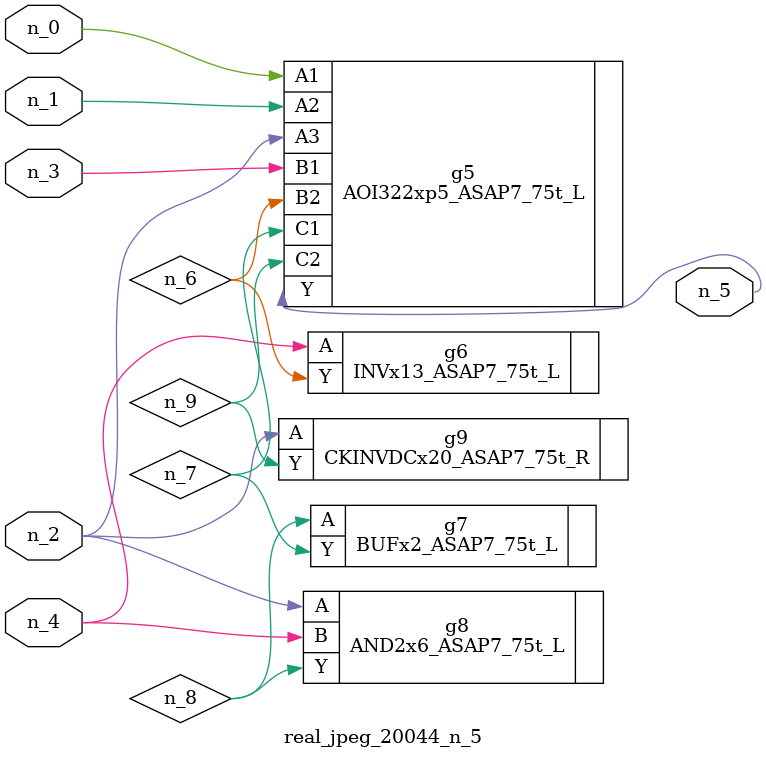
<source format=v>
module real_jpeg_20044_n_5 (n_4, n_0, n_1, n_2, n_3, n_5);

input n_4;
input n_0;
input n_1;
input n_2;
input n_3;

output n_5;

wire n_8;
wire n_6;
wire n_7;
wire n_9;

AOI322xp5_ASAP7_75t_L g5 ( 
.A1(n_0),
.A2(n_1),
.A3(n_2),
.B1(n_3),
.B2(n_6),
.C1(n_7),
.C2(n_9),
.Y(n_5)
);

AND2x6_ASAP7_75t_L g8 ( 
.A(n_2),
.B(n_4),
.Y(n_8)
);

CKINVDCx20_ASAP7_75t_R g9 ( 
.A(n_2),
.Y(n_9)
);

INVx13_ASAP7_75t_L g6 ( 
.A(n_4),
.Y(n_6)
);

BUFx2_ASAP7_75t_L g7 ( 
.A(n_8),
.Y(n_7)
);


endmodule
</source>
